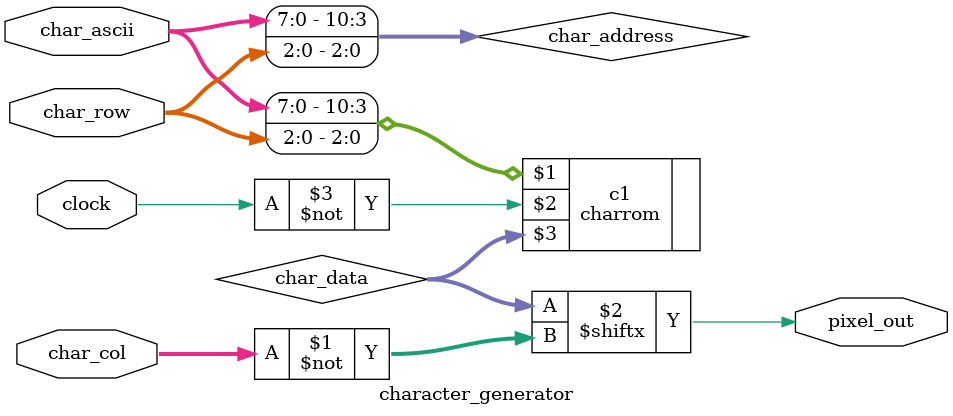
<source format=v>
module character_generator (clock,
							char_ascii, 
							char_col,
							char_row,
							pixel_out); 
 
input		clock;
input [7:0] char_ascii;
input [2:0] char_col;
input [2:0] char_row;
output 		pixel_out;

wire [10:0]	char_address;
wire [7:0]	char_data;


assign char_address = 	{char_ascii[7:0], char_row[2:0]};
assign pixel_out 	=	char_data[(~char_col[2:0])];	  	

charrom c1(
		char_address,
		~clock,
		char_data);



endmodule 

</source>
